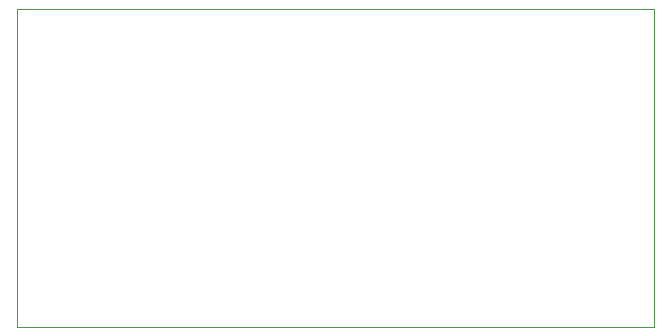
<source format=gbr>
%TF.GenerationSoftware,KiCad,Pcbnew,7.0.9*%
%TF.CreationDate,2024-05-08T14:26:35+02:00*%
%TF.ProjectId,Amplificador de baja se_al,416d706c-6966-4696-9361-646f72206465,rev?*%
%TF.SameCoordinates,Original*%
%TF.FileFunction,Profile,NP*%
%FSLAX46Y46*%
G04 Gerber Fmt 4.6, Leading zero omitted, Abs format (unit mm)*
G04 Created by KiCad (PCBNEW 7.0.9) date 2024-05-08 14:26:35*
%MOMM*%
%LPD*%
G01*
G04 APERTURE LIST*
%TA.AperFunction,Profile*%
%ADD10C,0.100000*%
%TD*%
G04 APERTURE END LIST*
D10*
X99000000Y-65000000D02*
X153000000Y-65000000D01*
X153000000Y-92000000D01*
X99000000Y-92000000D01*
X99000000Y-65000000D01*
M02*

</source>
